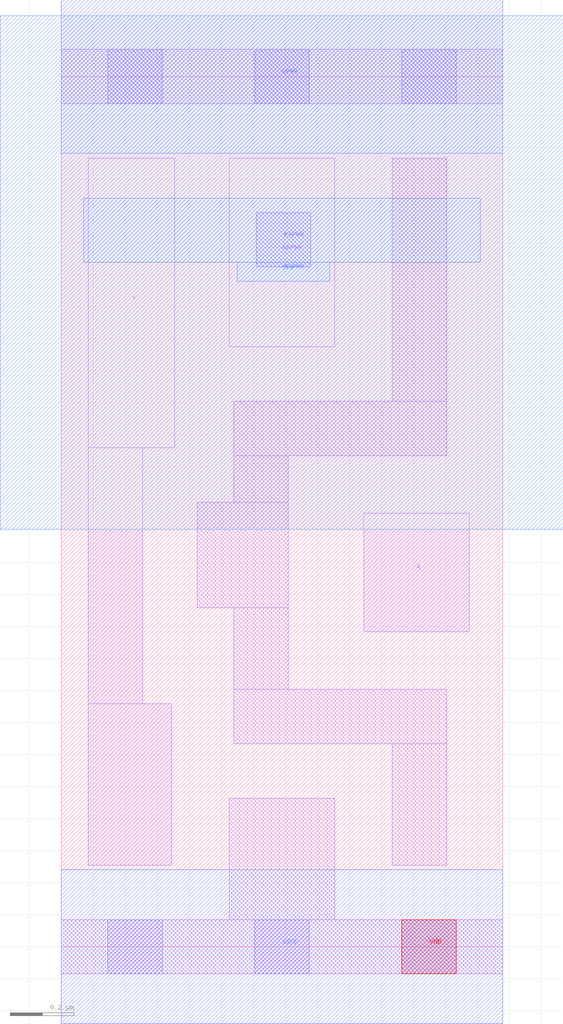
<source format=lef>
# Copyright 2020 The SkyWater PDK Authors
#
# Licensed under the Apache License, Version 2.0 (the "License");
# you may not use this file except in compliance with the License.
# You may obtain a copy of the License at
#
#     https://www.apache.org/licenses/LICENSE-2.0
#
# Unless required by applicable law or agreed to in writing, software
# distributed under the License is distributed on an "AS IS" BASIS,
# WITHOUT WARRANTIES OR CONDITIONS OF ANY KIND, either express or implied.
# See the License for the specific language governing permissions and
# limitations under the License.
#
# SPDX-License-Identifier: Apache-2.0

VERSION 5.7 ;
  NOWIREEXTENSIONATPIN ON ;
  DIVIDERCHAR "/" ;
  BUSBITCHARS "[]" ;
MACRO sky130_fd_sc_hd__lpflow_clkbufkapwr_1
  CLASS CORE ;
  FOREIGN sky130_fd_sc_hd__lpflow_clkbufkapwr_1 ;
  ORIGIN  0.000000  0.000000 ;
  SIZE  1.380000 BY  2.720000 ;
  SYMMETRY X Y R90 ;
  SITE unithd ;
  PIN A
    ANTENNAGATEAREA  0.196500 ;
    DIRECTION INPUT ;
    USE SIGNAL ;
    PORT
      LAYER li1 ;
        RECT 0.945000 0.985000 1.275000 1.355000 ;
    END
  END A
  PIN X
    ANTENNADIFFAREA  0.340600 ;
    DIRECTION OUTPUT ;
    USE SIGNAL ;
    PORT
      LAYER li1 ;
        RECT 0.085000 0.255000 0.345000 0.760000 ;
        RECT 0.085000 0.760000 0.255000 1.560000 ;
        RECT 0.085000 1.560000 0.355000 2.465000 ;
    END
  END X
  PIN KAPWR
    DIRECTION INOUT ;
    SHAPE ABUTMENT ;
    USE POWER ;
    PORT
      LAYER li1 ;
        RECT 0.525000 1.875000 0.855000 2.465000 ;
      LAYER mcon ;
        RECT 0.610000 2.125000 0.780000 2.295000 ;
    END
    PORT
      LAYER met1 ;
        RECT 0.070000 2.140000 1.310000 2.340000 ;
        RECT 0.550000 2.080000 0.840000 2.140000 ;
    END
  END KAPWR
  PIN VGND
    DIRECTION INOUT ;
    SHAPE ABUTMENT ;
    USE GROUND ;
    PORT
      LAYER met1 ;
        RECT 0.000000 -0.240000 1.380000 0.240000 ;
    END
  END VGND
  PIN VNB
    DIRECTION INOUT ;
    USE GROUND ;
    PORT
      LAYER pwell ;
        RECT 1.065000 -0.085000 1.235000 0.085000 ;
    END
  END VNB
  PIN VPB
    DIRECTION INOUT ;
    USE POWER ;
    PORT
      LAYER nwell ;
        RECT -0.190000 1.305000 1.570000 2.910000 ;
    END
  END VPB
  PIN VPWR
    DIRECTION INOUT ;
    SHAPE ABUTMENT ;
    USE POWER ;
    PORT
      LAYER met1 ;
        RECT 0.000000 2.480000 1.380000 2.960000 ;
    END
  END VPWR
  OBS
    LAYER li1 ;
      RECT 0.000000 -0.085000 1.380000 0.085000 ;
      RECT 0.000000  2.635000 1.380000 2.805000 ;
      RECT 0.425000  1.060000 0.710000 1.390000 ;
      RECT 0.525000  0.085000 0.855000 0.465000 ;
      RECT 0.540000  0.635000 1.205000 0.805000 ;
      RECT 0.540000  0.805000 0.710000 1.060000 ;
      RECT 0.540000  1.390000 0.710000 1.535000 ;
      RECT 0.540000  1.535000 1.205000 1.705000 ;
      RECT 1.035000  0.255000 1.205000 0.635000 ;
      RECT 1.035000  1.705000 1.205000 2.465000 ;
    LAYER mcon ;
      RECT 0.145000 -0.085000 0.315000 0.085000 ;
      RECT 0.145000  2.635000 0.315000 2.805000 ;
      RECT 0.605000 -0.085000 0.775000 0.085000 ;
      RECT 0.605000  2.635000 0.775000 2.805000 ;
      RECT 1.065000 -0.085000 1.235000 0.085000 ;
      RECT 1.065000  2.635000 1.235000 2.805000 ;
  END
END sky130_fd_sc_hd__lpflow_clkbufkapwr_1
END LIBRARY

</source>
